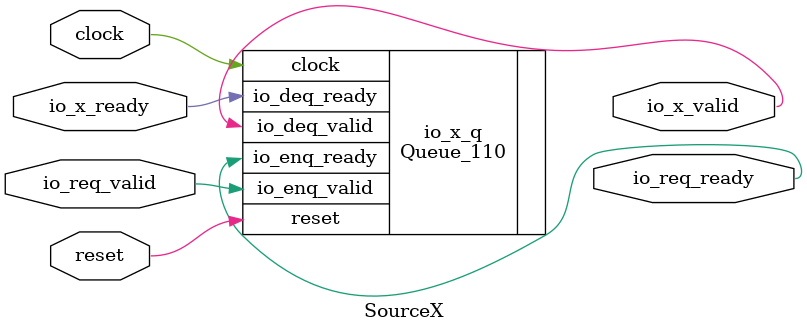
<source format=sv>
`ifndef RANDOMIZE
  `ifdef RANDOMIZE_REG_INIT
    `define RANDOMIZE
  `endif // RANDOMIZE_REG_INIT
`endif // not def RANDOMIZE
`ifndef RANDOMIZE
  `ifdef RANDOMIZE_MEM_INIT
    `define RANDOMIZE
  `endif // RANDOMIZE_MEM_INIT
`endif // not def RANDOMIZE

`ifndef RANDOM
  `define RANDOM $random
`endif // not def RANDOM

// Users can define 'PRINTF_COND' to add an extra gate to prints.
`ifndef PRINTF_COND_
  `ifdef PRINTF_COND
    `define PRINTF_COND_ (`PRINTF_COND)
  `else  // PRINTF_COND
    `define PRINTF_COND_ 1
  `endif // PRINTF_COND
`endif // not def PRINTF_COND_

// Users can define 'ASSERT_VERBOSE_COND' to add an extra gate to assert error printing.
`ifndef ASSERT_VERBOSE_COND_
  `ifdef ASSERT_VERBOSE_COND
    `define ASSERT_VERBOSE_COND_ (`ASSERT_VERBOSE_COND)
  `else  // ASSERT_VERBOSE_COND
    `define ASSERT_VERBOSE_COND_ 1
  `endif // ASSERT_VERBOSE_COND
`endif // not def ASSERT_VERBOSE_COND_

// Users can define 'STOP_COND' to add an extra gate to stop conditions.
`ifndef STOP_COND_
  `ifdef STOP_COND
    `define STOP_COND_ (`STOP_COND)
  `else  // STOP_COND
    `define STOP_COND_ 1
  `endif // STOP_COND
`endif // not def STOP_COND_

// Users can define INIT_RANDOM as general code that gets injected into the
// initializer block for modules with registers.
`ifndef INIT_RANDOM
  `define INIT_RANDOM
`endif // not def INIT_RANDOM

// If using random initialization, you can also define RANDOMIZE_DELAY to
// customize the delay used, otherwise 0.002 is used.
`ifndef RANDOMIZE_DELAY
  `define RANDOMIZE_DELAY 0.002
`endif // not def RANDOMIZE_DELAY

// Define INIT_RANDOM_PROLOG_ for use in our modules below.
`ifndef INIT_RANDOM_PROLOG_
  `ifdef RANDOMIZE
    `ifdef VERILATOR
      `define INIT_RANDOM_PROLOG_ `INIT_RANDOM
    `else  // VERILATOR
      `define INIT_RANDOM_PROLOG_ `INIT_RANDOM #`RANDOMIZE_DELAY begin end
    `endif // VERILATOR
  `else  // RANDOMIZE
    `define INIT_RANDOM_PROLOG_
  `endif // RANDOMIZE
`endif // not def INIT_RANDOM_PROLOG_

module SourceX(
  input  clock,
         reset,
         io_req_valid,
         io_x_ready,
  output io_req_ready,
         io_x_valid
);

  Queue_110 io_x_q (	// @[Decoupled.scala:375:21]
    .clock        (clock),
    .reset        (reset),
    .io_enq_valid (io_req_valid),
    .io_deq_ready (io_x_ready),
    .io_enq_ready (io_req_ready),
    .io_deq_valid (io_x_valid)
  );
endmodule


</source>
